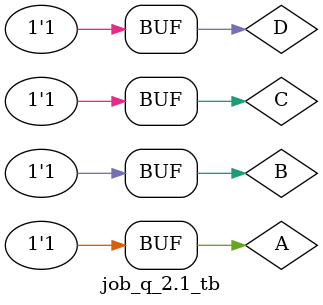
<source format=sv>
module job_q_2.1_tb;
reg A,B,C,D;
wire Y;
job_q_2.1 dut(A,B,C,D,Y);
initial 
begin
#20;A=0;B=0;C=0;D=0;
#10;A=0;B=0;C=0;D=1;
#10;A=0;B=0;C=1;D=0;
#10;A=0;B=0;C=1;D=1;
#10;A=0;B=1;C=0;D=0;
#10;A=0;B=1;C=0;D=1;
#10;A=0;B=1;C=1;D=0;
#10;A=0;B=1;C=1;D=1;
#10;A=1;B=0;C=0;D=0;
#10;A=1;B=0;C=0;D=1;
#10;A=1;B=0;C=1;D=0;
#10;A=1;B=0;C=1;D=1;
#10;A=1;B=1;C=0;D=0;
#10;A=1;B=1;C=0;D=1;
#10;A=1;B=1;C=1;D=0;
#10;A=1;B=1;C=1;D=1;
end
endmodule

</source>
